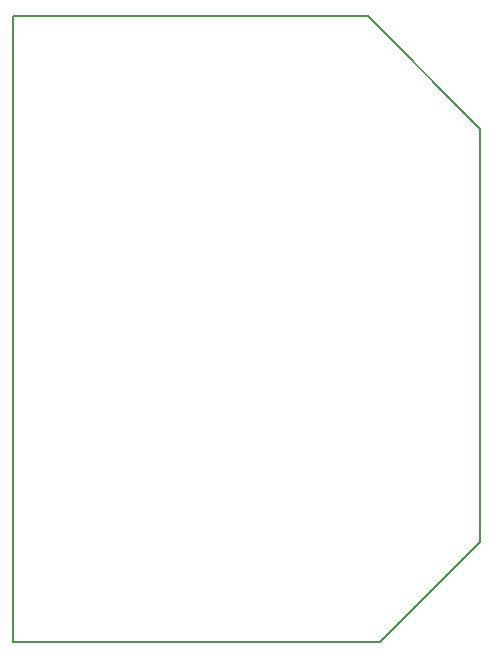
<source format=gbr>
%TF.GenerationSoftware,KiCad,Pcbnew,(2017-05-01 revision c8706e9c1)-makepkg*%
%TF.CreationDate,2017-06-26T08:26:11-04:00*%
%TF.ProjectId,pmt-transimpedance-amplifier,706D742D7472616E73696D706564616E,rev?*%
%TF.FileFunction,Profile,NP*%
%FSLAX46Y46*%
G04 Gerber Fmt 4.6, Leading zero omitted, Abs format (unit mm)*
G04 Created by KiCad (PCBNEW (2017-05-01 revision c8706e9c1)-makepkg) date 06/26/17 08:26:11*
%MOMM*%
%LPD*%
G01*
G04 APERTURE LIST*
%ADD10C,0.100000*%
%ADD11C,0.150000*%
G04 APERTURE END LIST*
D10*
D11*
X200850000Y-66300000D02*
X200850000Y-66300000D01*
X200850000Y-65800000D02*
X200850000Y-66300000D01*
X230950000Y-65800000D02*
X200850000Y-65800000D01*
X200850000Y-118800000D02*
X200850000Y-66100000D01*
X231950000Y-118800000D02*
X200850000Y-118800000D01*
X240450000Y-110300000D02*
X231950000Y-118800000D01*
X240450000Y-75300000D02*
X240450000Y-110300000D01*
X230950000Y-65800000D02*
X240450000Y-75300000D01*
M02*

</source>
